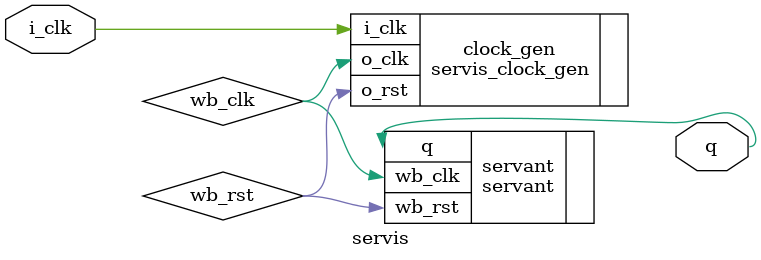
<source format=v>
`default_nettype none
module servis
(
 input wire  i_clk,
 output wire q);

   parameter memfile = "zephyr_hello.hex";
   parameter memsize = 8192;
   parameter PLL = "NONE";

   wire      wb_clk;
   wire      wb_rst;

   servis_clock_gen
   clock_gen
     (.i_clk (i_clk),
      .o_clk (wb_clk),
      .o_rst (wb_rst));

   servant
     #(.memfile (memfile),
       .memsize (memsize))
   servant
     (.wb_clk (wb_clk),
      .wb_rst (wb_rst),
      .q      (q));

endmodule
`default_nettype wire

</source>
